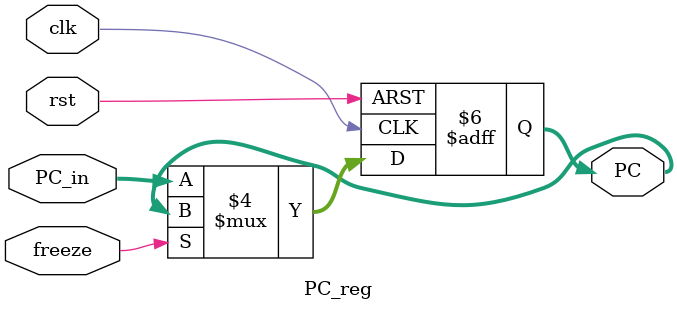
<source format=v>
module PC_reg (
    input clk, rst, freeze,
    input [31:0] PC_in,
    output reg [31:0] PC 
);

always @(posedge clk, posedge rst ) begin
    if (rst) begin
        PC = 32'd0;
    end else begin
        if (~freeze) begin
            PC = PC_in;
        end
    end
end


    
endmodule
</source>
